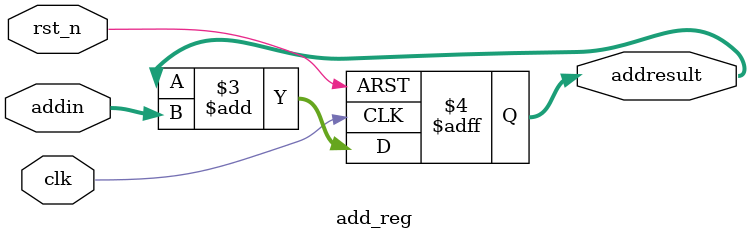
<source format=v>

module add_reg(
               clk,
               addin,
               addresult,
               rst_n
               );

input  clk;
input  rst_n;
input  [11:0] addin;

output [19:0] addresult;

reg    [19:0] addresult;


always @ (negedge rst_n or posedge clk)
   begin
         if (rst_n == 1'b0)
             begin
                   addresult <= 0;
             end

         else
             begin
                   addresult <= addresult + addin;
             end
   end

endmodule
</source>
